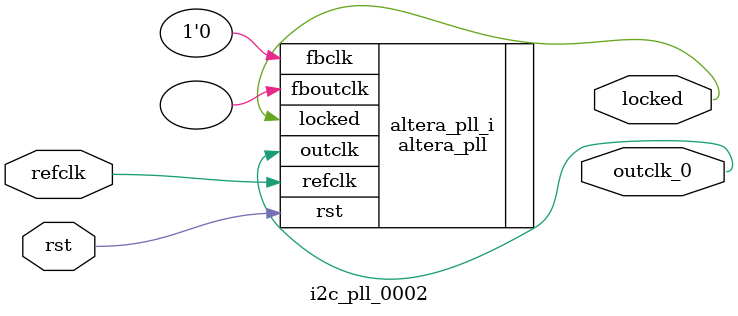
<source format=v>
`timescale 1ns/10ps
module  i2c_pll_0002(

	// interface 'refclk'
	input wire refclk,

	// interface 'reset'
	input wire rst,

	// interface 'outclk0'
	output wire outclk_0,

	// interface 'locked'
	output wire locked
);

	altera_pll #(
		.fractional_vco_multiplier("false"),
		.reference_clock_frequency("50.0 MHz"),
		.operation_mode("direct"),
		.number_of_clocks(1),
		.output_clock_frequency0("1.171875 MHz"),
		.phase_shift0("0 ps"),
		.duty_cycle0(50),
		.output_clock_frequency1("0 MHz"),
		.phase_shift1("0 ps"),
		.duty_cycle1(50),
		.output_clock_frequency2("0 MHz"),
		.phase_shift2("0 ps"),
		.duty_cycle2(50),
		.output_clock_frequency3("0 MHz"),
		.phase_shift3("0 ps"),
		.duty_cycle3(50),
		.output_clock_frequency4("0 MHz"),
		.phase_shift4("0 ps"),
		.duty_cycle4(50),
		.output_clock_frequency5("0 MHz"),
		.phase_shift5("0 ps"),
		.duty_cycle5(50),
		.output_clock_frequency6("0 MHz"),
		.phase_shift6("0 ps"),
		.duty_cycle6(50),
		.output_clock_frequency7("0 MHz"),
		.phase_shift7("0 ps"),
		.duty_cycle7(50),
		.output_clock_frequency8("0 MHz"),
		.phase_shift8("0 ps"),
		.duty_cycle8(50),
		.output_clock_frequency9("0 MHz"),
		.phase_shift9("0 ps"),
		.duty_cycle9(50),
		.output_clock_frequency10("0 MHz"),
		.phase_shift10("0 ps"),
		.duty_cycle10(50),
		.output_clock_frequency11("0 MHz"),
		.phase_shift11("0 ps"),
		.duty_cycle11(50),
		.output_clock_frequency12("0 MHz"),
		.phase_shift12("0 ps"),
		.duty_cycle12(50),
		.output_clock_frequency13("0 MHz"),
		.phase_shift13("0 ps"),
		.duty_cycle13(50),
		.output_clock_frequency14("0 MHz"),
		.phase_shift14("0 ps"),
		.duty_cycle14(50),
		.output_clock_frequency15("0 MHz"),
		.phase_shift15("0 ps"),
		.duty_cycle15(50),
		.output_clock_frequency16("0 MHz"),
		.phase_shift16("0 ps"),
		.duty_cycle16(50),
		.output_clock_frequency17("0 MHz"),
		.phase_shift17("0 ps"),
		.duty_cycle17(50),
		.pll_type("General"),
		.pll_subtype("General")
	) altera_pll_i (
		.rst	(rst),
		.outclk	({outclk_0}),
		.locked	(locked),
		.fboutclk	( ),
		.fbclk	(1'b0),
		.refclk	(refclk)
	);
endmodule


</source>
